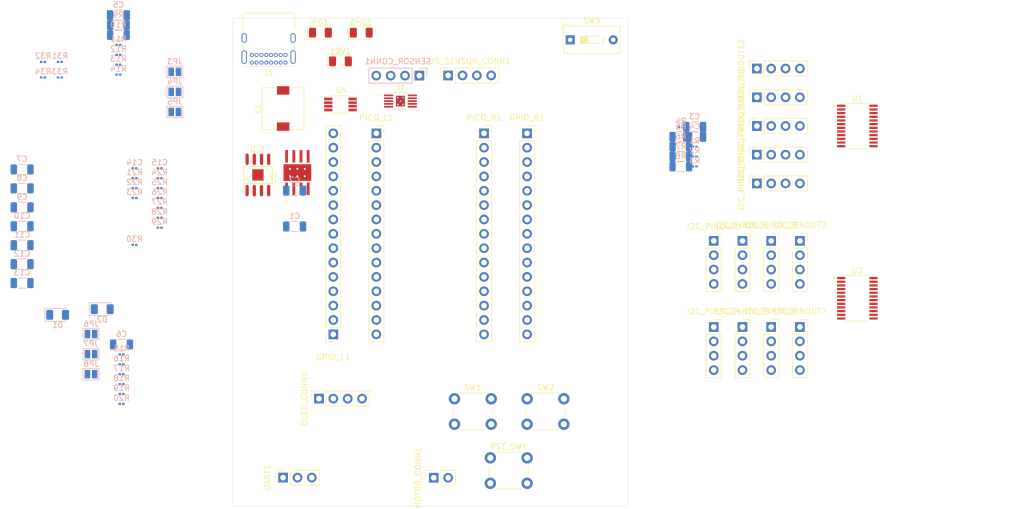
<source format=kicad_pcb>
(kicad_pcb (version 20240108) (generator "pcbnew") (generator_version "8.0")
  (layers (0 "F.Cu" signal) (31 "B.Cu" signal) (34 "B.Paste" user) (35 "F.Paste" user) (36 "B.SilkS" user "B.Silkscreen") (37 "F.SilkS" user "F.Silkscreen") (38 "B.Mask" user) (39 "F.Mask" user) (44 "Edge.Cuts" user))
  (net 0 "")
  (net 1 "GND")
  (net 2 "Net-(R1-Pad2)")
  (net 3 "Net-(SW3-B)")
  (net 4 "Net-(U4-FB)")
  (net 5 "Net-(C1-Pad1)")
  (net 6 "BAT+")
  (net 7 "Net-(U4-COMP)")
  (net 8 "Net-(U5-EN{slash}UVLO)")
  (net 9 "Net-(D1-K)")
  (net 10 "Net-(J1-SHIELD)")
  (net 11 "Net-(D1-A)")
  (net 12 "Net-(U5-ILM)")
  (net 13 "Net-(R13-Pad2)")
  (net 14 "Net-(12V1-A)")
  (net 15 "BAT-")
  (net 16 "Net-(U4-SS)")
  (net 25 "Net-(JP6-A)")
  (net 26 "Net-(JP5-B)")
  (net 27 "Net-(JP4-B)")
  (net 28 "Net-(JP3-A)")
  (net 29 "Net-(U1-~{RESET})")
  (net 30 "Net-(JP7-B)")
  (net 31 "Net-(JP8-B)")
  (net 32 "Net-(U2-~{RESET})")
  (net 33 "/OLED_SCL")
  (net 34 "/SENSOR_SDA")
  (net 35 "/I2C_PINOUT11/SCL")
  (net 36 "/I2C_PINOUT12/SCL")
  (net 37 "/I2C_PINOUT9/SDA")
  (net 38 "/I2C_PINOUT12/SDA")
  (net 39 "/I2C_PINOUT10/SCL")
  (net 40 "/GPIO6")
  (net 41 "/I2C_PINOUT10/SDA")
  (net 42 "/OLED_SDA")
  (net 43 "/I2C_PINOUT9/SCL")
  (net 44 "/I2C_PINOUT8/SDA")
  (net 45 "/SENSOR_SCL")
  (net 46 "/I2C_PINOUT8/SCL")
  (net 47 "/GPIO5")
  (net 48 "/I2C_PINOUT11/SDA")
  (net 49 "/US_SDA")
  (net 50 "/US_SCL")
  (net 51 "/I2C_PINOUT4/SCL")
  (net 52 "/I2C_PINOUT4/SDA")
  (net 53 "/GPIO8")
  (net 54 "/I2C_PINOUT3/SCL")
  (net 55 "/I2C_PINOUT2/SDA")
  (net 56 "/I2C_PINOUT1/SDA")
  (net 57 "/GPIO9")
  (net 58 "/I2C_PINOUT6/SDA")
  (net 59 "/I2C_PINOUT6/SCL")
  (net 60 "/I2C_PINOUT1/SCL")
  (net 61 "/I2C_PINOUT5/SCL")
  (net 62 "/I2C_PINOUT2/SCL")
  (net 63 "/I2C_PINOUT7/SDA")
  (net 64 "/I2C_PINOUT5/SDA")
  (net 65 "/I2C_PINOUT7/SCL")
  (net 66 "/I2C_PINOUT3/SDA")
  (net 67 "/GPIO19")
  (net 68 "/GPIO18")
  (net 69 "/GPIO24")
  (net 70 "/GPIO26")
  (net 71 "/GPIO27")
  (net 72 "/GPIO28")
  (net 73 "/GPIO25")
  (net 74 "/GPIO23")
  (net 75 "/GPIO15")
  (net 76 "/GPIO20")
  (net 77 "/GPIO21")
  (net 78 "/GPIO22")
  (net 79 "/GPIO29")
  (net 80 "/GPIO0")
  (net 81 "/GPIO10")
  (net 82 "/GPIO14")
  (net 83 "/GPIO3")
  (net 84 "/GPIO1")
  (net 85 "/GPIO4")
  (net 86 "/GPIO7")
  (net 87 "/GPIO13")
  (net 88 "/GPIO2")
  (net 89 "/GPIO11")
  (net 90 "/I2C_PINOUT/SDA")
  (net 91 "/I2C_PINOUT/SCL")
  (net 92 "Net-(IC2-VDD)")
  (net 93 "Net-(U5-DVDT)")
  (net 94 "Net-(CHG1-A)")
  (net 95 "Net-(CHG1-K)")
  (net 96 "Net-(PG1-K)")
  (net 97 "Net-(PG1-A)")
  (net 98 "Net-(U3-ISET)")
  (net 99 "Net-(U3-PRETERM)")
  (net 100 "Net-(U3-TS)")
  (net 103 "Net-(R18-Pad2)")
  (net 104 "Net-(R19-Pad2)")
  (net 105 "Net-(R27-Pad2)")
  (net 106 "Net-(R28-Pad2)")
  (footprint "LED_SMD:LED_1206_3216Metric" (layer "F.Cu") (at 100.6 68.58)
    (property "Reference" "PG1" (at 0 -1.82 0) (layer "F.SilkS"))
    (property "Value" "LED_G")
    (pad "1" smd roundrect (at -1.4 0) (size 1.25 1.75) (layers "F.Cu" "F.Paste" "F.Mask") (roundrect_rratio 0.2) (net 96 "Net-(PG1-K)"))
    (pad "2" smd roundrect (at 1.4 0) (size 1.25 1.75) (layers "F.Cu" "F.Paste" "F.Mask") (roundrect_rratio 0.2) (net 97 "Net-(PG1-A)"))
  )
  (footprint "Connector_PinSocket_2.54mm:PinSocket_1x04_P2.54mm_Vertical" (layer "F.Cu") (at 185.42 120.65)
    (property "Reference" "I2C_PINOUT7" (at 0 -2.77 0) (layer "F.SilkS"))
    (property "Value" "Conn_01x04")
    (pad "1" thru_hole rect (at 0 0) (size 1.7 1.7) (drill 1) (layers "*.Cu" "*.Mask") (net 65 "/I2C_PINOUT7/SCL"))
    (pad "2" thru_hole oval (at 0 2.54) (size 1.7 1.7) (drill 1) (layers "*.Cu" "*.Mask") (net 63 "/I2C_PINOUT7/SDA"))
    (pad "3" thru_hole oval (at 0 5.08) (size 1.7 1.7) (drill 1) (layers "*.Cu" "*.Mask") (net 1 "GND"))
    (pad "4" thru_hole oval (at 0 7.62) (size 1.7 1.7) (drill 1) (layers "*.Cu" "*.Mask") (net 1 "GND"))
  )
  (footprint "Connector_PinSocket_2.54mm:PinSocket_1x04_P2.54mm_Vertical" (layer "F.Cu") (at 177.8 90.17 90)
    (property "Reference" "I2C_PINOUT9" (at 0 -2.77 90) (layer "F.SilkS"))
    (property "Value" "Conn_01x04")
    (pad "1" thru_hole rect (at 0 0 90) (size 1.7 1.7) (drill 1) (layers "*.Cu" "*.Mask") (net 43 "/I2C_PINOUT9/SCL"))
    (pad "2" thru_hole oval (at 0 2.54 90) (size 1.7 1.7) (drill 1) (layers "*.Cu" "*.Mask") (net 37 "/I2C_PINOUT9/SDA"))
    (pad "3" thru_hole oval (at 0 5.08 90) (size 1.7 1.7) (drill 1) (layers "*.Cu" "*.Mask") (net 1 "GND"))
    (pad "4" thru_hole oval (at 0 7.62 90) (size 1.7 1.7) (drill 1) (layers "*.Cu" "*.Mask") (net 1 "GND"))
  )
  (footprint "Connector_PinSocket_2.54mm:PinSocket_1x04_P2.54mm_Vertical" (layer "F.Cu") (at 177.8 85.09 90)
    (property "Reference" "I2C_PINOUT10" (at 0 -2.77 90) (layer "F.SilkS"))
    (property "Value" "Conn_01x04")
    (pad "1" thru_hole rect (at 0 0 90) (size 1.7 1.7) (drill 1) (layers "*.Cu" "*.Mask") (net 39 "/I2C_PINOUT10/SCL"))
    (pad "2" thru_hole oval (at 0 2.54 90) (size 1.7 1.7) (drill 1) (layers "*.Cu" "*.Mask") (net 41 "/I2C_PINOUT10/SDA"))
    (pad "3" thru_hole oval (at 0 5.08 90) (size 1.7 1.7) (drill 1) (layers "*.Cu" "*.Mask") (net 1 "GND"))
    (pad "4" thru_hole oval (at 0 7.62 90) (size 1.7 1.7) (drill 1) (layers "*.Cu" "*.Mask") (net 1 "GND"))
  )
  (footprint "Connector_PinSocket_2.54mm:PinSocket_1x04_P2.54mm_Vertical" (layer "F.Cu") (at 177.8 95.25 90)
    (property "Reference" "I2C_PINOUT8" (at 0 -2.77 90) (layer "F.SilkS"))
    (property "Value" "Conn_01x04")
    (pad "1" thru_hole rect (at 0 0 90) (size 1.7 1.7) (drill 1) (layers "*.Cu" "*.Mask") (net 46 "/I2C_PINOUT8/SCL"))
    (pad "2" thru_hole oval (at 0 2.54 90) (size 1.7 1.7) (drill 1) (layers "*.Cu" "*.Mask") (net 44 "/I2C_PINOUT8/SDA"))
    (pad "3" thru_hole oval (at 0 5.08 90) (size 1.7 1.7) (drill 1) (layers "*.Cu" "*.Mask") (net 1 "GND"))
    (pad "4" thru_hole oval (at 0 7.62 90) (size 1.7 1.7) (drill 1) (layers "*.Cu" "*.Mask") (net 1 "GND"))
  )
  (footprint "Connector_PinSocket_2.54mm:PinSocket_1x04_P2.54mm_Vertical" (layer "F.Cu") (at 170.18 105.41)
    (property "Reference" "I2C_PINOUT0" (at 0 -2.54 0) (layer "F.SilkS"))
    (property "Value" "Conn_01x04")
    (pad "1" thru_hole rect (at 0 0) (size 1.7 1.7) (drill 1) (layers "*.Cu" "*.Mask") (net 91 "/I2C_PINOUT/SCL"))
    (pad "2" thru_hole oval (at 0 2.54) (size 1.7 1.7) (drill 1) (layers "*.Cu" "*.Mask") (net 90 "/I2C_PINOUT/SDA"))
    (pad "3" thru_hole oval (at 0 5.08) (size 1.7 1.7) (drill 1) (layers "*.Cu" "*.Mask") (net 1 "GND"))
    (pad "4" thru_hole oval (at 0 7.62) (size 1.7 1.7) (drill 1) (layers "*.Cu" "*.Mask") (net 1 "GND"))
  )
  (footprint "Connector_PinSocket_2.54mm:PinSocket_1x04_P2.54mm_Vertical" (layer "F.Cu") (at 177.8 74.93 90)
    (property "Reference" "I2C_PINOUT12" (at 0 -2.77 90) (layer "F.SilkS"))
    (property "Value" "Conn_01x04")
    (pad "1" thru_hole rect (at 0 0 90) (size 1.7 1.7) (drill 1) (layers "*.Cu" "*.Mask") (net 36 "/I2C_PINOUT12/SCL"))
    (pad "2" thru_hole oval (at 0 2.54 90) (size 1.7 1.7) (drill 1) (layers "*.Cu" "*.Mask") (net 38 "/I2C_PINOUT12/SDA"))
    (pad "3" thru_hole oval (at 0 5.08 90) (size 1.7 1.7) (drill 1) (layers "*.Cu" "*.Mask") (net 1 "GND"))
    (pad "4" thru_hole oval (at 0 7.62 90) (size 1.7 1.7) (drill 1) (layers "*.Cu" "*.Mask") (net 1 "GND"))
  )
  (footprint "Inductor_SMD:L_7.3x7.3_H4.5" (layer "F.Cu") (at 94 82 90)
    (property "Reference" "L1" (at 0 -4.45 90) (layer "F.SilkS"))
    (property "Value" "3.3u")
    (pad "1" smd rect (at -3.2 0 90) (size 1.5 2.2) (layers "F.Cu" "F.Paste" "F.Mask") (net 3 "Net-(SW3-B)"))
    (pad "2" smd rect (at 3.2 0 90) (size 1.5 2.2) (layers "F.Cu" "F.Paste" "F.Mask") (net 11 "Net-(D1-A)"))
  )
  (footprint "Connector_PinSocket_2.54mm:PinSocket_1x03_P2.54mm_Vertical" (layer "F.Cu") (at 93.995 147.295 90)
    (property "Reference" "UART1" (at 0 -2.77 90) (layer "F.SilkS"))
    (property "Value" "Conn_01x03")
    (pad "1" thru_hole rect (at 0 0 90) (size 1.7 1.7) (drill 1) (layers "*.Cu" "*.Mask") (net 88 "/GPIO2"))
    (pad "2" thru_hole oval (at 0 2.54 90) (size 1.7 1.7) (drill 1) (layers "*.Cu" "*.Mask") (net 84 "/GPIO1"))
    (pad "3" thru_hole oval (at 0 5.08 90) (size 1.7 1.7) (drill 1) (layers "*.Cu" "*.Mask") (net 80 "/GPIO0"))
  )
  (footprint "Connector_PinSocket_2.54mm:PinSocket_1x04_P2.54mm_Vertical" (layer "F.Cu") (at 180.34 105.41)
    (property "Reference" "I2C_PINOUT2" (at 0 -2.77 0) (layer "F.SilkS"))
    (property "Value" "Conn_01x04")
    (pad "1" thru_hole rect (at 0 0) (size 1.7 1.7) (drill 1) (layers "*.Cu" "*.Mask") (net 62 "/I2C_PINOUT2/SCL"))
    (pad "2" thru_hole oval (at 0 2.54) (size 1.7 1.7) (drill 1) (layers "*.Cu" "*.Mask") (net 55 "/I2C_PINOUT2/SDA"))
    (pad "3" thru_hole oval (at 0 5.08) (size 1.7 1.7) (drill 1) (layers "*.Cu" "*.Mask") (net 1 "GND"))
    (pad "4" thru_hole oval (at 0 7.62) (size 1.7 1.7) (drill 1) (layers "*.Cu" "*.Mask") (net 1 "GND"))
  )
  (footprint "XB8089D:XB8089D" (layer "F.Cu") (at 89.535 93.751)
    (property "Reference" "IC2" (at -0.171125 -4.488 0) (layer "F.SilkS"))
    (property "Value" "XB8089D")
    (pad "1" smd oval (at -1.905 2.769) (size 0.574 2.038) (layers "F.Cu" "F.Paste" "F.Mask") (net 1 "GND"))
    (pad "2" smd oval (at -0.635 2.769) (size 0.574 2.038) (layers "F.Cu" "F.Paste" "F.Mask") (net 1 "GND"))
    (pad "3" smd oval (at 0.635 2.769) (size 0.574 2.038) (layers "F.Cu" "F.Paste" "F.Mask") (net 1 "GND"))
    (pad "4" smd oval (at 1.905 2.769) (size 0.574 2.038) (layers "F.Cu" "F.Paste" "F.Mask") (net 1 "GND"))
    (pad "5" smd oval (at 1.905 -2.769) (size 0.574 2.038) (layers "F.Cu" "F.Paste" "F.Mask") (net 15 "BAT-"))
    (pad "6" smd oval (at 0.635 -2.769) (size 0.574 2.038) (layers "F.Cu" "F.Paste" "F.Mask") (net 92 "Net-(IC2-VDD)"))
    (pad "7" smd oval (at -0.635 -2.769) (size 0.574 2.038) (layers "F.Cu" "F.Paste" "F.Mask") (net 15 "BAT-"))
    (pad "8" smd oval (at -1.905 -2.769) (size 0.574 2.038) (layers "F.Cu" "F.Paste" "F.Mask") (net 15 "BAT-"))
    (pad "9" smd rect (at 0 0) (size 2 2) (layers "F.Cu" "F.Paste" "F.Mask") (net 15 "BAT-"))
  )
  (footprint "Button_Switch_THT:SW_PUSH_6mm" (layer "F.Cu") (at 137.16 133.35)
    (property "Reference" "SW2" (at 3.25 -2 0) (layer "F.SilkS"))
    (property "Value" "SW_Push")
    (pad "1" thru_hole circle (at 0 0 90) (size 2 2) (drill 1.1) (layers "*.Cu" "*.Mask") (net 69 "/GPIO24"))
    (pad "1" thru_hole circle (at 6.5 0 90) (size 2 2) (drill 1.1) (layers "*.Cu" "*.Mask") (net 69 "/GPIO24"))
    (pad "2" thru_hole circle (at 0 4.5 90) (size 2 2) (drill 1.1) (layers "*.Cu" "*.Mask") (net 1 "GND"))
    (pad "2" thru_hole circle (at 6.5 4.5 90) (size 2 2) (drill 1.1) (layers "*.Cu" "*.Mask") (net 1 "GND"))
  )
  (footprint "Package_SO:TSSOP-24_4.4x7.8mm_P0.65mm" (layer "F.Cu") (at 195.58 115.57)
    (property "Reference" "U2" (at 0 -4.85 0) (layer "F.SilkS"))
    (property "Value" "TCA9548APWR")
    (pad "1" smd roundrect (at -2.8625 -3.575) (size 1.475 0.4) (layers "F.Cu" "F.Paste" "F.Mask") (net 31 "Net-(JP8-B)"))
    (pad "2" smd roundrect (at -2.8625 -2.925) (size 1.475 0.4) (layers "F.Cu" "F.Paste" "F.Mask") (net 30 "Net-(JP7-B)"))
    (pad "3" smd roundrect (at -2.8625 -2.275) (size 1.475 0.4) (layers "F.Cu" "F.Paste" "F.Mask") (net 32 "Net-(U2-~{RESET})"))
    (pad "4" smd roundrect (at -2.8625 -1.625) (size 1.475 0.4) (layers "F.Cu" "F.Paste" "F.Mask") (net 90 "/I2C_PINOUT/SDA"))
    (pad "5" smd roundrect (at -2.8625 -0.975) (size 1.475 0.4) (layers "F.Cu" "F.Paste" "F.Mask") (net 91 "/I2C_PINOUT/SCL"))
    (pad "6" smd roundrect (at -2.8625 -0.325) (size 1.475 0.4) (layers "F.Cu" "F.Paste" "F.Mask") (net 56 "/I2C_PINOUT1/SDA"))
    (pad "7" smd roundrect (at -2.8625 0.325) (size 1.475 0.4) (layers "F.Cu" "F.Paste" "F.Mask") (net 60 "/I2C_PINOUT1/SCL"))
    (pad "8" smd roundrect (at -2.8625 0.975) (size 1.475 0.4) (layers "F.Cu" "F.Paste" "F.Mask") (net 55 "/I2C_PINOUT2/SDA"))
    (pad "9" smd roundrect (at -2.8625 1.625) (size 1.475 0.4) (layers "F.Cu" "F.Paste" "F.Mask") (net 62 "/I2C_PINOUT2/SCL"))
    (pad "10" smd roundrect (at -2.8625 2.275) (size 1.475 0.4) (layers "F.Cu" "F.Paste" "F.Mask") (net 66 "/I2C_PINOUT3/SDA"))
    (pad "11" smd roundrect (at -2.8625 2.925) (size 1.475 0.4) (layers "F.Cu" "F.Paste" "F.Mask") (net 54 "/I2C_PINOUT3/SCL"))
    (pad "12" smd roundrect (at -2.8625 3.575) (size 1.475 0.4) (layers "F.Cu" "F.Paste" "F.Mask") (net 1 "GND"))
    (pad "13" smd roundrect (at 2.8625 3.575) (size 1.475 0.4) (layers "F.Cu" "F.Paste" "F.Mask") (net 52 "/I2C_PINOUT4/SDA"))
    (pad "14" smd roundrect (at 2.8625 2.925) (size 1.475 0.4) (layers "F.Cu" "F.Paste" "F.Mask") (net 51 "/I2C_PINOUT4/SCL"))
    (pad "15" smd roundrect (at 2.8625 2.275) (size 1.475 0.4) (layers "F.Cu" "F.Paste" "F.Mask") (net 64 "/I2C_PINOUT5/SDA"))
    (pad "16" smd roundrect (at 2.8625 1.625) (size 1.475 0.4) (layers "F.Cu" "F.Paste" "F.Mask") (net 61 "/I2C_PINOUT5/SCL"))
    (pad "17" smd roundrect (at 2.8625 0.975) (size 1.475 0.4) (layers "F.Cu" "F.Paste" "F.Mask") (net 58 "/I2C_PINOUT6/SDA"))
    (pad "18" smd roundrect (at 2.8625 0.325) (size 1.475 0.4) (layers "F.Cu" "F.Paste" "F.Mask") (net 59 "/I2C_PINOUT6/SCL"))
    (pad "19" smd roundrect (at 2.8625 -0.325) (size 1.475 0.4) (layers "F.Cu" "F.Paste" "F.Mask") (net 63 "/I2C_PINOUT7/SDA"))
    (pad "20" smd roundrect (at 2.8625 -0.975) (size 1.475 0.4) (layers "F.Cu" "F.Paste" "F.Mask") (net 65 "/I2C_PINOUT7/SCL"))
    (pad "21" smd roundrect (at 2.8625 -1.625) (size 1.475 0.4) (layers "F.Cu" "F.Paste" "F.Mask") (net 25 "Net-(JP6-A)"))
    (pad "22" smd roundrect (at 2.8625 -2.275) (size 1.475 0.4) (layers "F.Cu" "F.Paste" "F.Mask") (net 57 "/GPIO9"))
    (pad "23" smd roundrect (at 2.8625 -2.925) (size 1.475 0.4) (layers "F.Cu" "F.Paste" "F.Mask") (net 53 "/GPIO8"))
    (pad "24" smd roundrect (at 2.8625 -3.575) (size 1.475 0.4) (layers "F.Cu" "F.Paste" "F.Mask") (net 1 "GND"))
  )
  (footprint "Connector_PinSocket_2.54mm:PinSocket_1x15_P2.54mm_Vertical" (layer "F.Cu") (at 129.54 86.39)
    (property "Reference" "PICO_R1" (at 0 -2.77 0) (layer "F.SilkS"))
    (property "Value" "Conn_01x15")
    (pad "1" thru_hole rect (at 0 0) (size 1.7 1.7) (drill 1) (layers "*.Cu" "*.Mask") (net 79 "/GPIO29"))
    (pad "2" thru_hole oval (at 0 2.54) (size 1.7 1.7) (drill 1) (layers "*.Cu" "*.Mask") (net 72 "/GPIO28"))
    (pad "3" thru_hole oval (at 0 5.08) (size 1.7 1.7) (drill 1) (layers "*.Cu" "*.Mask") (net 71 "/GPIO27"))
    (pad "4" thru_hole oval (at 0 7.62) (size 1.7 1.7) (drill 1) (layers "*.Cu" "*.Mask") (net 70 "/GPIO26"))
    (pad "5" thru_hole oval (at 0 10.16) (size 1.7 1.7) (drill 1) (layers "*.Cu" "*.Mask") (net 73 "/GPIO25"))
    (pad "6" thru_hole oval (at 0 12.7) (size 1.7 1.7) (drill 1) (layers "*.Cu" "*.Mask") (net 69 "/GPIO24"))
    (pad "7" thru_hole oval (at 0 15.24) (size 1.7 1.7) (drill 1) (layers "*.Cu" "*.Mask") (net 74 "/GPIO23"))
    (pad "8" thru_hole oval (at 0 17.78) (size 1.7 1.7) (drill 1) (layers "*.Cu" "*.Mask") (net 78 "/GPIO22"))
    (pad "9" thru_hole oval (at 0 20.32) (size 1.7 1.7) (drill 1) (layers "*.Cu" "*.Mask") (net 77 "/GPIO21"))
    (pad "10" thru_hole oval (at 0 22.86) (size 1.7 1.7) (drill 1) (layers "*.Cu" "*.Mask") (net 76 "/GPIO20"))
    (pad "11" thru_hole oval (at 0 25.4) (size 1.7 1.7) (drill 1) (layers "*.Cu" "*.Mask") (net 67 "/GPIO19"))
    (pad "12" thru_hole oval (at 0 27.94) (size 1.7 1.7) (drill 1) (layers "*.Cu" "*.Mask") (net 68 "/GPIO18"))
    (pad "13" thru_hole oval (at 0 30.48) (size 1.7 1.7) (drill 1) (layers "*.Cu" "*.Mask") (net 1 "GND"))
    (pad "14" thru_hole oval (at 0 33.02) (size 1.7 1.7) (drill 1) (layers "*.Cu" "*.Mask") (net 1 "GND"))
    (pad "15" thru_hole oval (at 0 35.56) (size 1.7 1.7) (drill 1) (layers "*.Cu" "*.Mask") (net 75 "/GPIO15"))
  )
  (footprint "Button_Switch_THT:SW_PUSH_6mm" (layer "F.Cu") (at 130.66 143.8)
    (property "Reference" "RST_SW1" (at 3.25 -2 0) (layer "F.SilkS"))
    (property "Value" "SW_Push")
    (pad "1" thru_hole circle (at 0 0 90) (size 2 2) (drill 1.1) (layers "*.Cu" "*.Mask") (net 76 "/GPIO20"))
    (pad "1" thru_hole circle (at 6.5 0 90) (size 2 2) (drill 1.1) (layers "*.Cu" "*.Mask") (net 76 "/GPIO20"))
    (pad "2" thru_hole circle (at 0 4.5 90) (size 2 2) (drill 1.1) (layers "*.Cu" "*.Mask") (net 1 "GND"))
    (pad "2" thru_hole circle (at 6.5 4.5 90) (size 2 2) (drill 1.1) (layers "*.Cu" "*.Mask") (net 1 "GND"))
  )
  (footprint "Connector_PinSocket_2.54mm:PinSocket_1x04_P2.54mm_Vertical" (layer "F.Cu") (at 100.34 133.325 90)
    (property "Reference" "OLED_CONN1" (at 0 -2.54 90) (layer "F.SilkS"))
    (property "Value" "Conn_01x04")
    (pad "1" thru_hole rect (at 0 0 90) (size 1.7 1.7) (drill 1) (layers "*.Cu" "*.Mask") (net 1 "GND"))
    (pad "2" thru_hole oval (at 0 2.54 90) (size 1.7 1.7) (drill 1) (layers "*.Cu" "*.Mask") (net 1 "GND"))
    (pad "3" thru_hole oval (at 0 5.08 90) (size 1.7 1.7) (drill 1) (layers "*.Cu" "*.Mask") (net 33 "/OLED_SCL"))
    (pad "4" thru_hole oval (at 0 7.62 90) (size 1.7 1.7) (drill 1) (layers "*.Cu" "*.Mask") (net 42 "/OLED_SDA"))
  )
  (footprint "Package_SO:TSSOP-24_4.4x7.8mm_P0.65mm" (layer "F.Cu") (at 195.58 85.09)
    (property "Reference" "U1" (at 0 -4.85 0) (layer "F.SilkS"))
    (property "Value" "TCA9548APWR")
    (pad "1" smd roundrect (at -2.8625 -3.575) (size 1.475 0.4) (layers "F.Cu" "F.Paste" "F.Mask") (net 26 "Net-(JP5-B)"))
    (pad "2" smd roundrect (at -2.8625 -2.925) (size 1.475 0.4) (layers "F.Cu" "F.Paste" "F.Mask") (net 27 "Net-(JP4-B)"))
    (pad "3" smd roundrect (at -2.8625 -2.275) (size 1.475 0.4) (layers "F.Cu" "F.Paste" "F.Mask") (net 29 "Net-(U1-~{RESET})"))
    (pad "4" smd roundrect (at -2.8625 -1.625) (size 1.475 0.4) (layers "F.Cu" "F.Paste" "F.Mask") (net 34 "/SENSOR_SDA"))
    (pad "5" smd roundrect (at -2.8625 -0.975) (size 1.475 0.4) (layers "F.Cu" "F.Paste" "F.Mask") (net 45 "/SENSOR_SCL"))
    (pad "6" smd roundrect (at -2.8625 -0.325) (size 1.475 0.4) (layers "F.Cu" "F.Paste" "F.Mask") (net 49 "/US_SDA"))
    (pad "7" smd roundrect (at -2.8625 0.325) (size 1.475 0.4) (layers "F.Cu" "F.Paste" "F.Mask") (net 50 "/US_SCL"))
    (pad "8" smd roundrect (at -2.8625 0.975) (size 1.475 0.4) (layers "F.Cu" "F.Paste" "F.Mask") (net 42 "/OLED_SDA"))
    (pad "9" smd roundrect (at -2.8625 1.625) (size 1.475 0.4) (layers "F.Cu" "F.Paste" "F.Mask") (net 33 "/OLED_SCL"))
    (pad "10" smd roundrect (at -2.8625 2.275) (size 1.475 0.4) (layers "F.Cu" "F.Paste" "F.Mask") (net 44 "/I2C_PINOUT8/SDA"))
    (pad "11" smd roundrect (at -2.8625 2.925) (size 1.475 0.4) (layers "F.Cu" "F.Paste" "F.Mask") (net 46 "/I2C_PINOUT8/SCL"))
    (pad "12" smd roundrect (at -2.8625 3.575) (size 1.475 0.4) (layers "F.Cu" "F.Paste" "F.Mask") (net 1 "GND"))
    (pad "13" smd roundrect (at 2.8625 3.575) (size 1.475 0.4) (layers "F.Cu" "F.Paste" "F.Mask") (net 37 "/I2C_PINOUT9/SDA"))
    (pad "14" smd roundrect (at 2.8625 2.925) (size 1.475 0.4) (layers "F.Cu" "F.Paste" "F.Mask") (net 43 "/I2C_PINOUT9/SCL"))
    (pad "15" smd roundrect (at 2.8625 2.275) (size 1.475 0.4) (layers "F.Cu" "F.Paste" "F.Mask") (net 41 "/I2C_PINOUT10/SDA"))
    (pad "16" smd roundrect (at 2.8625 1.625) (size 1.475 0.4) (layers "F.Cu" "F.Paste" "F.Mask") (net 39 "/I2C_PINOUT10/SCL"))
    (pad "17" smd roundrect (at 2.8625 0.975) (size 1.475 0.4) (layers "F.Cu" "F.Paste" "F.Mask") (net 48 "/I2C_PINOUT11/SDA"))
    (pad "18" smd roundrect (at 2.8625 0.325) (size 1.475 0.4) (layers "F.Cu" "F.Paste" "F.Mask") (net 35 "/I2C_PINOUT11/SCL"))
    (pad "19" smd roundrect (at 2.8625 -0.325) (size 1.475 0.4) (layers "F.Cu" "F.Paste" "F.Mask") (net 38 "/I2C_PINOUT12/SDA"))
    (pad "20" smd roundrect (at 2.8625 -0.975) (size 1.475 0.4) (layers "F.Cu" "F.Paste" "F.Mask") (net 36 "/I2C_PINOUT12/SCL"))
    (pad "21" smd roundrect (at 2.8625 -1.625) (size 1.475 0.4) (layers "F.Cu" "F.Paste" "F.Mask") (net 28 "Net-(JP3-A)"))
    (pad "22" smd roundrect (at 2.8625 -2.275) (size 1.475 0.4) (layers "F.Cu" "F.Paste" "F.Mask") (net 40 "/GPIO6"))
    (pad "23" smd roundrect (at 2.8625 -2.925) (size 1.475 0.4) (layers "F.Cu" "F.Paste" "F.Mask") (net 47 "/GPIO5"))
    (pad "24" smd roundrect (at 2.8625 -3.575) (size 1.475 0.4) (layers "F.Cu" "F.Paste" "F.Mask") (net 1 "GND"))
  )
  (footprint "Connector_PinSocket_2.54mm:PinSocket_1x04_P2.54mm_Vertical" (layer "F.Cu") (at 175.26 120.65)
    (property "Reference" "I2C_PINOUT5" (at 0 -2.77 0) (layer "F.SilkS"))
    (property "Value" "Conn_01x04")
    (pad "1" thru_hole rect (at 0 0) (size 1.7 1.7) (drill 1) (layers "*.Cu" "*.Mask") (net 61 "/I2C_PINOUT5/SCL"))
    (pad "2" thru_hole oval (at 0 2.54) (size 1.7 1.7) (drill 1) (layers "*.Cu" "*.Mask") (net 64 "/I2C_PINOUT5/SDA"))
    (pad "3" thru_hole oval (at 0 5.08) (size 1.7 1.7) (drill 1) (layers "*.Cu" "*.Mask") (net 1 "GND"))
    (pad "4" thru_hole oval (at 0 7.62) (size 1.7 1.7) (drill 1) (layers "*.Cu" "*.Mask") (net 1 "GND"))
  )
  (footprint "Connector_PinSocket_2.54mm:PinSocket_1x04_P2.54mm_Vertical" (layer "F.Cu") (at 180.34 120.65)
    (property "Reference" "I2C_PINOUT6" (at 0 -2.77 0) (layer "F.SilkS"))
    (property "Value" "Conn_01x04")
    (pad "1" thru_hole rect (at 0 0) (size 1.7 1.7) (drill 1) (layers "*.Cu" "*.Mask") (net 59 "/I2C_PINOUT6/SCL"))
    (pad "2" thru_hole oval (at 0 2.54) (size 1.7 1.7) (drill 1) (layers "*.Cu" "*.Mask") (net 58 "/I2C_PINOUT6/SDA"))
    (pad "3" thru_hole oval (at 0 5.08) (size 1.7 1.7) (drill 1) (layers "*.Cu" "*.Mask") (net 1 "GND"))
    (pad "4" thru_hole oval (at 0 7.62) (size 1.7 1.7) (drill 1) (layers "*.Cu" "*.Mask") (net 1 "GND"))
  )
  (footprint "BQ24092DGQR:IC_XTR111AIDGQR" (layer "F.Cu") (at 114.75 80.68)
    (property "Reference" "U3" (at 0.032 -2.4064 0) (layer "F.SilkS") (effects (font (size 0.64 0.64))))
    (property "Value" "BQ24092DGQR")
    (pad "1" smd rect (at -2.1 -1) (size 1.6 0.3) (layers "F.Cu") (net 1 "GND"))
    (pad "2" smd rect (at -2.1 -0.5) (size 1.6 0.3) (layers "F.Cu") (net 98 "Net-(U3-ISET)"))
    (pad "3" smd rect (at -2.1 0) (size 1.6 0.3) (layers "F.Cu") (net 1 "GND"))
    (pad "4" smd rect (at -2.1 0.5) (size 1.6 0.3) (layers "F.Cu") (net 99 "Net-(U3-PRETERM)"))
    (pad "5" smd rect (at -2.1 1) (size 1.6 0.3) (layers "F.Cu") (net 96 "Net-(PG1-K)"))
    (pad "6" smd rect (at 2.1 1) (size 1.6 0.3) (layers "F.Cu"))
    (pad "7" smd rect (at 2.1 0.5) (size 1.6 0.3) (layers "F.Cu") (net 1 "GND"))
    (pad "8" smd rect (at 2.1 0) (size 1.6 0.3) (layers "F.Cu") (net 95 "Net-(CHG1-K)"))
    (pad "9" smd rect (at 2.1 -0.5) (size 1.6 0.3) (layers "F.Cu") (net 100 "Net-(U3-TS)"))
    (pad "10" smd rect (at 2.1 -1) (size 1.6 0.3) (layers "F.Cu") (net 6 "BAT+"))
    (pad "11" smd rect (at 0 0) (size 1.57 1.88) (layers "F.Cu" "F.Paste" "F.Mask") (net 1 "GND"))
    (pad "12" thru_hole circle (at -0.45 -0.6) (size 0.4 0.4) (drill 0.2) (layers "*.Cu"))
    (pad "13" thru_hole circle (at 0.45 -0.6) (size 0.4 0.4) (drill 0.2) (layers "*.Cu"))
    (pad "14" thru_hole circle (at 0 0) (size 0.4 0.4) (drill 0.2) (layers "*.Cu"))
    (pad "15" thru_hole circle (at -0.45 0.6) (size 0.4 0.4) (drill 0.2) (layers "*.Cu"))
    (pad "16" thru_hole circle (at 0.45 0.6) (size 0.4 0.4) (drill 0.2) (layers "*.Cu"))
  )
  (footprint "TPS259621:IC_TPS259621DDAT" (layer "F.Cu") (at 96.52 93.33 90)
    (property "Reference" "U5" (at -1.05 -4.335 90) (layer "F.SilkS"))
    (property "Value" "TPS259621DDAT")
    (pad "1" smd rect (at -2.875 -1.905 90) (size 2.2 0.5) (layers "F.Cu") (net 1 "GND"))
    (pad "2" smd rect (at -2.875 -0.635 90) (size 2.2 0.5) (layers "F.Cu") (net 93 "Net-(U5-DVDT)"))
    (pad "3" smd rect (at -2.875 0.635 90) (size 2.2 0.5) (layers "F.Cu") (net 8 "Net-(U5-EN{slash}UVLO)"))
    (pad "4" smd rect (at -2.875 1.905 90) (size 2.2 0.5) (layers "F.Cu") (net 9 "Net-(D1-K)"))
    (pad "5" smd rect (at 2.875 1.905 90) (size 2.2 0.5) (layers "F.Cu") (net 1 "GND"))
    (pad "6" smd rect (at 2.875 0.635 90) (size 2.2 0.5) (layers "F.Cu"))
    (pad "7" smd rect (at 2.875 -0.635 90) (size 2.2 0.5) (layers "F.Cu") (net 12 "Net-(U5-ILM)"))
    (pad "8" smd rect (at 2.875 -1.905 90) (size 2.2 0.5) (layers "F.Cu"))
    (pad "9" smd rect (at 0 0 90) (size 2.95 4.9) (layers "F.Cu") (net 1 "GND"))
    (pad "10" thru_hole circle (at -0.65 -1.3 90) (size 0.4 0.4) (drill 0.33) (layers "*.Cu"))
    (pad "11" thru_hole circle (at 0.65 -1.3 90) (size 0.4 0.4) (drill 0.33) (layers "*.Cu"))
    (pad "12" thru_hole circle (at -0.65 0 90) (size 0.4 0.4) (drill 0.33) (layers "*.Cu"))
    (pad "13" thru_hole circle (at 0.65 0 90) (size 0.4 0.4) (drill 0.33) (layers "*.Cu"))
    (pad "14" thru_hole circle (at -0.65 1.3 90) (size 0.4 0.4) (drill 0.33) (layers "*.Cu"))
    (pad "15" thru_hole circle (at 0.65 1.3 90) (size 0.4 0.4) (drill 0.33) (layers "*.Cu"))
  )
  (footprint "Connector_PinSocket_2.54mm:PinSocket_1x02_P2.54mm_Vertical" (layer "F.Cu") (at 120.65 147.32 90)
    (property "Reference" "MOTOR_CONN1" (at 0 -2.77 90) (layer "F.SilkS"))
    (property "Value" "Conn_01x02")
    (pad "1" thru_hole rect (at 0 0 90) (size 1.7 1.7) (drill 1) (layers "*.Cu" "*.Mask") (net 85 "/GPIO4"))
    (pad "2" thru_hole oval (at 0 2.54 90) (size 1.7 1.7) (drill 1) (layers "*.Cu" "*.Mask") (net 83 "/GPIO3"))
  )
  (footprint "Button_Switch_THT:SW_PUSH_6mm" (layer "F.Cu") (at 124.31 133.35)
    (property "Reference" "SW1" (at 3.25 -2 0) (layer "F.SilkS"))
    (property "Value" "SW_Push")
    (pad "1" thru_hole circle (at 0 0 90) (size 2 2) (drill 1.1) (layers "*.Cu" "*.Mask") (net 74 "/GPIO23"))
    (pad "1" thru_hole circle (at 6.5 0 90) (size 2 2) (drill 1.1) (layers "*.Cu" "*.Mask") (net 74 "/GPIO23"))
    (pad "2" thru_hole circle (at 0 4.5 90) (size 2 2) (drill 1.1) (layers "*.Cu" "*.Mask") (net 1 "GND"))
    (pad "2" thru_hole circle (at 6.5 4.5 90) (size 2 2) (drill 1.1) (layers "*.Cu" "*.Mask") (net 1 "GND"))
  )
  (footprint "Connector_PinSocket_2.54mm:PinSocket_1x04_P2.54mm_Vertical" (layer "F.Cu") (at 123.19 76.15 90)
    (property "Reference" "US_SENSOR_CONN1" (at 2.515 3.8 180) (layer "F.SilkS"))
    (property "Value" "Conn_01x04")
    (pad "1" thru_hole rect (at 0 0 90) (size 1.7 1.7) (drill 1) (layers "*.Cu" "*.Mask") (net 49 "/US_SDA"))
    (pad "2" thru_hole oval (at 0 2.54 90) (size 1.7 1.7) (drill 1) (layers "*.Cu" "*.Mask") (net 50 "/US_SCL"))
    (pad "3" thru_hole oval (at 0 5.08 90) (size 1.7 1.7) (drill 1) (layers "*.Cu" "*.Mask") (net 1 "GND"))
    (pad "4" thru_hole oval (at 0 7.62 90) (size 1.7 1.7) (drill 1) (layers "*.Cu" "*.Mask") (net 1 "GND"))
  )
  (footprint "Button_Switch_THT:SW_DIP_SPSTx01_Slide_9.78x4.72mm_W7.62mm_P2.54mm" (layer "F.Cu") (at 144.78 69.85)
    (property "Reference" "SW3" (at 3.81 -3.42 0) (layer "F.SilkS"))
    (property "Value" "SW_SPST")
    (pad "1" thru_hole rect (at 0 0) (size 1.6 1.6) (drill 0.8) (layers "*.Cu" "*.Mask") (net 6 "BAT+"))
    (pad "2" thru_hole oval (at 7.62 0) (size 1.6 1.6) (drill 0.8) (layers "*.Cu" "*.Mask") (net 3 "Net-(SW3-B)"))
  )
  (footprint "Connector_USB:USB_C_Receptacle_GCT_USB4085" (layer "F.Cu") (at 94.415 73.875 180)
    (property "Reference" "J1" (at 2.975 -1.8 0) (layer "F.SilkS"))
    (property "Value" "USB_C_Receptacle")
    (pad "A1" thru_hole circle (at 0 0 180) (size 0.7 0.7) (drill 0.4) (layers "*.Cu" "*.Mask") (net 1 "GND"))
    (pad "A4" thru_hole circle (at 0.85 0 180) (size 0.7 0.7) (drill 0.4) (layers "*.Cu" "*.Mask") (net 1 "GND"))
    (pad "A5" thru_hole circle (at 1.7 0 180) (size 0.7 0.7) (drill 0.4) (layers "*.Cu" "*.Mask"))
    (pad "A6" thru_hole circle (at 2.55 0 180) (size 0.7 0.7) (drill 0.4) (layers "*.Cu" "*.Mask"))
    (pad "A7" thru_hole circle (at 3.4 0 180) (size 0.7 0.7) (drill 0.4) (layers "*.Cu" "*.Mask"))
    (pad "A8" thru_hole circle (at 4.25 0 180) (size 0.7 0.7) (drill 0.4) (layers "*.Cu" "*.Mask"))
    (pad "A9" thru_hole circle (at 5.1 0 180) (size 0.7 0.7) (drill 0.4) (layers "*.Cu" "*.Mask") (net 1 "GND"))
    (pad "A12" thru_hole circle (at 5.95 0 180) (size 0.7 0.7) (drill 0.4) (layers "*.Cu" "*.Mask") (net 1 "GND"))
    (pad "B1" thru_hole circle (at 5.95 1.35 180) (size 0.7 0.7) (drill 0.4) (layers "*.Cu" "*.Mask") (net 1 "GND"))
    (pad "B4" thru_hole circle (at 5.1 1.35 180) (size 0.7 0.7) (drill 0.4) (layers "*.Cu" "*.Mask") (net 1 "GND"))
    (pad "B5" thru_hole circle (at 4.25 1.35 180) (size 0.7 0.7) (drill 0.4) (layers "*.Cu" "*.Mask"))
    (pad "B6" thru_hole circle (at 3.4 1.35 180) (size 0.7 0.7) (drill 0.4) (layers "*.Cu" "*.Mask"))
    (pad "B7" thru_hole circle (at 2.55 1.35 180) (size 0.7 0.7) (drill 0.4) (layers "*.Cu" "*.Mask"))
    (pad "B8" thru_hole circle (at 1.7 1.35 180) (size 0.7 0.7) (drill 0.4) (layers "*.Cu" "*.Mask"))
    (pad "B9" thru_hole circle (at 0.85 1.35 180) (size 0.7 0.7) (drill 0.4) (layers "*.Cu" "*.Mask") (net 1 "GND"))
    (pad "B12" thru_hole circle (at 0 1.35 180) (size 0.7 0.7) (drill 0.4) (layers "*.Cu" "*.Mask") (net 1 "GND"))
    (pad "S1" thru_hole oval (at -1.35 0.98 180) (size 0.9 2.4) (drill oval 0.6 2.1) (layers "*.Cu" "*.Mask") (net 10 "Net-(J1-SHIELD)"))
    (pad "S1" thru_hole oval (at -1.35 4.36 180) (size 0.9 1.7) (drill oval 0.6 1.4) (layers "*.Cu" "*.Mask") (net 10 "Net-(J1-SHIELD)"))
    (pad "S1" thru_hole oval (at 7.3 0.98 180) (size 0.9 2.4) (drill oval 0.6 2.1) (layers "*.Cu" "*.Mask") (net 10 "Net-(J1-SHIELD)"))
    (pad "S1" thru_hole oval (at 7.3 4.36 180) (size 0.9 1.7) (drill oval 0.6 1.4) (layers "*.Cu" "*.Mask") (net 10 "Net-(J1-SHIELD)"))
  )
  (footprint "Connector_PinSocket_2.54mm:PinSocket_1x15_P2.54mm_Vertical" (layer "F.Cu") (at 102.87 121.95 180)
    (property "Reference" "GPIO_L1" (at -0.01 -4.015 180) (layer "F.SilkS"))
    (property "Value" "Conn_01x15")
    (pad "1" thru_hole rect (at 0 0 180) (size 1.7 1.7) (drill 1) (layers "*.Cu" "*.Mask") (net 82 "/GPIO14"))
    (pad "2" thru_hole oval (at 0 2.54 180) (size 1.7 1.7) (drill 1) (layers "*.Cu" "*.Mask") (net 87 "/GPIO13"))
    (pad "3" thru_hole oval (at 0 5.08 180) (size 1.7 1.7) (drill 1) (layers "*.Cu" "*.Mask") (net 1 "GND"))
    (pad "4" thru_hole oval (at 0 7.62 180) (size 1.7 1.7) (drill 1) (layers "*.Cu" "*.Mask") (net 89 "/GPIO11"))
    (pad "5" thru_hole oval (at 0 10.16 180) (size 1.7 1.7) (drill 1) (layers "*.Cu" "*.Mask") (net 81 "/GPIO10"))
    (pad "6" thru_hole oval (at 0 12.7 180) (size 1.7 1.7) (drill 1) (layers "*.Cu" "*.Mask") (net 57 "/GPIO9"))
    (pad "7" thru_hole oval (at 0 15.24 180) (size 1.7 1.7) (drill 1) (layers "*.Cu" "*.Mask") (net 53 "/GPIO8"))
    (pad "8" thru_hole oval (at 0 17.78 180) (size 1.7 1.7) (drill 1) (layers "*.Cu" "*.Mask") (net 86 "/GPIO7"))
    (pad "9" thru_hole oval (at 0 20.32 180) (size 1.7 1.7) (drill 1) (layers "*.Cu" "*.Mask") (net 40 "/GPIO6"))
    (pad "10" thru_hole oval (at 0 22.86 180) (size 1.7 1.7) (drill 1) (layers "*.Cu" "*.Mask") (net 47 "/GPIO5"))
    (pad "11" thru_hole oval (at 0 25.4 180) (size 1.7 1.7) (drill 1) (layers "*.Cu" "*.Mask") (net 85 "/GPIO4"))
    (pad "12" thru_hole oval (at 0 27.94 180) (size 1.7 1.7) (drill 1) (layers "*.Cu" "*.Mask") (net 83 "/GPIO3"))
    (pad "13" thru_hole oval (at 0 30.48 180) (size 1.7 1.7) (drill 1) (layers "*.Cu" "*.Mask") (net 88 "/GPIO2"))
    (pad "14" thru_hole oval (at 0 33.02 180) (size 1.7 1.7) (drill 1) (layers "*.Cu" "*.Mask") (net 84 "/GPIO1"))
    (pad "15" thru_hole oval (at 0 35.56 180) (size 1.7 1.7) (drill 1) (layers "*.Cu" "*.Mask") (net 80 "/GPIO0"))
  )
  (footprint "Connector_PinSocket_2.54mm:PinSocket_1x04_P2.54mm_Vertical" (layer "F.Cu") (at 170.18 120.65)
    (property "Reference" "I2C_PINOUT4" (at 0 -2.77 0) (layer "F.SilkS"))
    (property "Value" "Conn_01x04")
    (pad "1" thru_hole rect (at 0 0) (size 1.7 1.7) (drill 1) (layers "*.Cu" "*.Mask") (net 51 "/I2C_PINOUT4/SCL"))
    (pad "2" thru_hole oval (at 0 2.54) (size 1.7 1.7) (drill 1) (layers "*.Cu" "*.Mask") (net 52 "/I2C_PINOUT4/SDA"))
    (pad "3" thru_hole oval (at 0 5.08) (size 1.7 1.7) (drill 1) (layers "*.Cu" "*.Mask") (net 1 "GND"))
    (pad "4" thru_hole oval (at 0 7.62) (size 1.7 1.7) (drill 1) (layers "*.Cu" "*.Mask") (net 1 "GND"))
  )
  (footprint "LED_SMD:LED_1206_3216Metric" (layer "F.Cu") (at 104.14 73.66)
    (property "Reference" "12V1" (at 0 -1.82 0) (layer "F.SilkS"))
    (property "Value" "LED_R")
    (pad "1" smd roundrect (at -1.4 0) (size 1.25 1.75) (layers "F.Cu" "F.Paste" "F.Mask") (roundrect_rratio 0.2) (net 1 "GND"))
    (pad "2" smd roundrect (at 1.4 0) (size 1.25 1.75) (layers "F.Cu" "F.Paste" "F.Mask") (roundrect_rratio 0.2) (net 14 "Net-(12V1-A)"))
  )
  (footprint "Connector_PinSocket_2.54mm:PinSocket_1x04_P2.54mm_Vertical" (layer "F.Cu") (at 175.26 105.41)
    (property "Reference" "I2C_PINOUT1" (at 0 -2.77 0) (layer "F.SilkS"))
    (property "Value" "Conn_01x04")
    (pad "1" thru_hole rect (at 0 0) (size 1.7 1.7) (drill 1) (layers "*.Cu" "*.Mask") (net 60 "/I2C_PINOUT1/SCL"))
    (pad "2" thru_hole oval (at 0 2.54) (size 1.7 1.7) (drill 1) (layers "*.Cu" "*.Mask") (net 56 "/I2C_PINOUT1/SDA"))
    (pad "3" thru_hole oval (at 0 5.08) (size 1.7 1.7) (drill 1) (layers "*.Cu" "*.Mask") (net 1 "GND"))
    (pad "4" thru_hole oval (at 0 7.62) (size 1.7 1.7) (drill 1) (layers "*.Cu" "*.Mask") (net 1 "GND"))
  )
  (footprint "Connector_PinSocket_2.54mm:PinSocket_1x15_P2.54mm_Vertical" (layer "F.Cu") (at 110.49 86.39)
    (property "Reference" "PICO_L1" (at 0 -2.77 0) (layer "F.SilkS"))
    (property "Value" "Conn_01x15")
    (pad "1" thru_hole rect (at 0 0) (size 1.7 1.7) (drill 1) (layers "*.Cu" "*.Mask") (net 80 "/GPIO0"))
    (pad "2" thru_hole oval (at 0 2.54) (size 1.7 1.7) (drill 1) (layers "*.Cu" "*.Mask") (net 84 "/GPIO1"))
    (pad "3" thru_hole oval (at 0 5.08) (size 1.7 1.7) (drill 1) (layers "*.Cu" "*.Mask") (net 88 "/GPIO2"))
    (pad "4" thru_hole oval (at 0 7.62) (size 1.7 1.7) (drill 1) (layers "*.Cu" "*.Mask") (net 83 "/GPIO3"))
    (pad "5" thru_hole oval (at 0 10.16) (size 1.7 1.7) (drill 1) (layers "*.Cu" "*.Mask") (net 85 "/GPIO4"))
    (pad "6" thru_hole oval (at 0 12.7) (size 1.7 1.7) (drill 1) (layers "*.Cu" "*.Mask") (net 47 "/GPIO5"))
    (pad "7" thru_hole oval (at 0 15.24) (size 1.7 1.7) (drill 1) (layers "*.Cu" "*.Mask") (net 40 "/GPIO6"))
    (pad "8" thru_hole oval (at 0 17.78) (size 1.7 1.7) (drill 1) (layers "*.Cu" "*.Mask") (net 86 "/GPIO7"))
    (pad "9" thru_hole oval (at 0 20.32) (size 1.7 1.7) (drill 1) (layers "*.Cu" "*.Mask") (net 53 "/GPIO8"))
    (pad "10" thru_hole oval (at 0 22.86) (size 1.7 1.7) (drill 1) (layers "*.Cu" "*.Mask") (net 57 "/GPIO9"))
    (pad "11" thru_hole oval (at 0 25.4) (size 1.7 1.7) (drill 1) (layers "*.Cu" "*.Mask") (net 81 "/GPIO10"))
    (pad "12" thru_hole oval (at 0 27.94) (size 1.7 1.7) (drill 1) (layers "*.Cu" "*.Mask") (net 89 "/GPIO11"))
    (pad "13" thru_hole oval (at 0 30.48) (size 1.7 1.7) (drill 1) (layers "*.Cu" "*.Mask") (net 1 "GND"))
    (pad "14" thru_hole oval (at 0 33.02) (size 1.7 1.7) (drill 1) (layers "*.Cu" "*.Mask") (net 87 "/GPIO13"))
    (pad "15" thru_hole oval (at 0 35.56) (size 1.7 1.7) (drill 1) (layers "*.Cu" "*.Mask") (net 82 "/GPIO14"))
  )
  (footprint "Connector_PinSocket_2.54mm:PinSocket_1x04_P2.54mm_Vertical" (layer "F.Cu") (at 177.8 80.01 90)
    (property "Reference" "I2C_PINOUT11" (at 0 -2.77 90) (layer "F.SilkS"))
    (property "Value" "Conn_01x04")
    (pad "1" thru_hole rect (at 0 0 90) (size 1.7 1.7) (drill 1) (layers "*.Cu" "*.Mask") (net 35 "/I2C_PINOUT11/SCL"))
    (pad "2" thru_hole oval (at 0 2.54 90) (size 1.7 1.7) (drill 1) (layers "*.Cu" "*.Mask") (net 48 "/I2C_PINOUT11/SDA"))
    (pad "3" thru_hole oval (at 0 5.08 90) (size 1.7 1.7) (drill 1) (layers "*.Cu" "*.Mask") (net 1 "GND"))
    (pad "4" thru_hole oval (at 0 7.62 90) (size 1.7 1.7) (drill 1) (layers "*.Cu" "*.Mask") (net 1 "GND"))
  )
  (footprint "TPS61085DGKR:SOP65P490X110-8N" (layer "F.Cu") (at 104.14 81.28)
    (property "Reference" "U4" (at 0.175 -2.535 0) (layer "F.SilkS"))
    (property "Value" "TPS61085DGKR")
    (pad "1" smd roundrect (at -2.15 -0.975) (size 1.47 0.48) (layers "F.Cu" "F.Paste" "F.Mask") (roundrect_rratio 0.125) (net 7 "Net-(U4-COMP)"))
    (pad "2" smd roundrect (at -2.15 -0.325) (size 1.47 0.48) (layers "F.Cu" "F.Paste" "F.Mask") (roundrect_rratio 0.125) (net 4 "Net-(U4-FB)"))
    (pad "3" smd roundrect (at -2.15 0.325) (size 1.47 0.48) (layers "F.Cu" "F.Paste" "F.Mask") (roundrect_rratio 0.125) (net 3 "Net-(SW3-B)"))
    (pad "4" smd roundrect (at -2.15 0.975) (size 1.47 0.48) (layers "F.Cu" "F.Paste" "F.Mask") (roundrect_rratio 0.125) (net 1 "GND"))
    (pad "5" smd roundrect (at 2.15 0.975) (size 1.47 0.48) (layers "F.Cu" "F.Paste" "F.Mask") (roundrect_rratio 0.125) (net 11 "Net-(D1-A)"))
    (pad "6" smd roundrect (at 2.15 0.325) (size 1.47 0.48) (layers "F.Cu" "F.Paste" "F.Mask") (roundrect_rratio 0.125) (net 3 "Net-(SW3-B)"))
    (pad "7" smd roundrect (at 2.15 -0.325) (size 1.47 0.48) (layers "F.Cu" "F.Paste" "F.Mask") (roundrect_rratio 0.125) (net 3 "Net-(SW3-B)"))
    (pad "8" smd roundrect (at 2.15 -0.975) (size 1.47 0.48) (layers "F.Cu" "F.Paste" "F.Mask") (roundrect_rratio 0.125) (net 16 "Net-(U4-SS)"))
  )
  (footprint "Connector_PinSocket_2.54mm:PinSocket_1x15_P2.54mm_Vertical" (layer "F.Cu") (at 137.16 86.39)
    (property "Reference" "GPIO_R1" (at 0 -2.77 0) (layer "F.SilkS"))
    (property "Value" "Conn_01x15")
    (pad "1" thru_hole rect (at 0 0) (size 1.7 1.7) (drill 1) (layers "*.Cu" "*.Mask") (net 79 "/GPIO29"))
    (pad "2" thru_hole oval (at 0 2.54) (size 1.7 1.7) (drill 1) (layers "*.Cu" "*.Mask") (net 72 "/GPIO28"))
    (pad "3" thru_hole oval (at 0 5.08) (size 1.7 1.7) (drill 1) (layers "*.Cu" "*.Mask") (net 71 "/GPIO27"))
    (pad "4" thru_hole oval (at 0 7.62) (size 1.7 1.7) (drill 1) (layers "*.Cu" "*.Mask") (net 70 "/GPIO26"))
    (pad "5" thru_hole oval (at 0 10.16) (size 1.7 1.7) (drill 1) (layers "*.Cu" "*.Mask") (net 73 "/GPIO25"))
    (pad "6" thru_hole oval (at 0 12.7) (size 1.7 1.7) (drill 1) (layers "*.Cu" "*.Mask") (net 69 "/GPIO24"))
    (pad "7" thru_hole oval (at 0 15.24) (size 1.7 1.7) (drill 1) (layers "*.Cu" "*.Mask") (net 74 "/GPIO23"))
    (pad "8" thru_hole oval (at 0 17.78) (size 1.7 1.7) (drill 1) (layers "*.Cu" "*.Mask") (net 78 "/GPIO22"))
    (pad "9" thru_hole oval (at 0 20.32) (size 1.7 1.7) (drill 1) (layers "*.Cu" "*.Mask") (net 77 "/GPIO21"))
    (pad "10" thru_hole oval (at 0 22.86) (size 1.7 1.7) (drill 1) (layers "*.Cu" "*.Mask") (net 76 "/GPIO20"))
    (pad "11" thru_hole oval (at 0 25.4) (size 1.7 1.7) (drill 1) (layers "*.Cu" "*.Mask") (net 67 "/GPIO19"))
    (pad "12" thru_hole oval (at 0 27.94) (size 1.7 1.7) (drill 1) (layers "*.Cu" "*.Mask") (net 68 "/GPIO18"))
    (pad "13" thru_hole oval (at 0 30.48) (size 1.7 1.7) (drill 1) (layers "*.Cu" "*.Mask") (net 1 "GND"))
    (pad "14" thru_hole oval (at 0 33.02) (size 1.7 1.7) (drill 1) (layers "*.Cu" "*.Mask") (net 1 "GND"))
    (pad "15" thru_hole oval (at 0 35.56) (size 1.7 1.7) (drill 1) (layers "*.Cu" "*.Mask") (net 75 "/GPIO15"))
  )
  (footprint "LED_SMD:LED_1206_3216Metric" (layer "F.Cu") (at 107.82 68.58)
    (property "Reference" "CHG1" (at 0 -1.82 0) (layer "F.SilkS"))
    (property "Value" "LED_R")
    (pad "1" smd roundrect (at -1.4 0) (size 1.25 1.75) (layers "F.Cu" "F.Paste" "F.Mask") (roundrect_rratio 0.2) (net 95 "Net-(CHG1-K)"))
    (pad "2" smd roundrect (at 1.4 0) (size 1.25 1.75) (layers "F.Cu" "F.Paste" "F.Mask") (roundrect_rratio 0.2) (net 94 "Net-(CHG1-A)"))
  )
  (footprint "Connector_PinSocket_2.54mm:PinSocket_1x04_P2.54mm_Vertical" (layer "F.Cu") (at 185.42 105.41)
    (property "Reference" "I2C_PINOUT3" (at 0 -2.77 0) (layer "F.SilkS"))
    (property "Value" "Conn_01x04")
    (pad "1" thru_hole rect (at 0 0) (size 1.7 1.7) (drill 1) (layers "*.Cu" "*.Mask") (net 54 "/I2C_PINOUT3/SCL"))
    (pad "2" thru_hole oval (at 0 2.54) (size 1.7 1.7) (drill 1) (layers "*.Cu" "*.Mask") (net 66 "/I2C_PINOUT3/SDA"))
    (pad "3" thru_hole oval (at 0 5.08) (size 1.7 1.7) (drill 1) (layers "*.Cu" "*.Mask") (net 1 "GND"))
    (pad "4" thru_hole oval (at 0 7.62) (size 1.7 1.7) (drill 1) (layers "*.Cu" "*.Mask") (net 1 "GND"))
  )
  (footprint "Resistor_SMD:R_0201_0603Metric" (layer "B.Cu") (at 65.40776 130.75 180)
    (property "Reference" "R18" (at 0 1.05 0) (layer "B.SilkS") (effects (justify mirror)))
    (property "Value" "10k")
    (pad "1" smd roundrect (at -0.32 0 180) (size 0.46 0.4) (layers "B.Cu" "B.Mask") (net 1 "GND"))
    (pad "2" smd roundrect (at 0.32 0 180) (size 0.46 0.4) (layers "B.Cu" "B.Mask") (net 103 "Net-(R18-Pad2)"))
  )
  (footprint "Diode_SMD:D_1206_3216Metric" (layer "B.Cu") (at 62 117.5)
    (property "Reference" "D2" (at 0 1.82 360) (layer "B.SilkS") (effects (justify mirror)))
    (property "Value" "D_Schottky")
    (pad "1" smd roundrect (at -1.4 0) (size 1.25 1.75) (layers "B.Cu" "B.Paste" "B.Mask") (roundrect_rratio 0.2) (net 1 "GND"))
    (pad "2" smd roundrect (at 1.4 0) (size 1.25 1.75) (layers "B.Cu" "B.Paste" "B.Mask") (roundrect_rratio 0.2) (net 1 "GND"))
  )
  (footprint "Capacitor_SMD:C_1206_3216Metric" (layer "B.Cu") (at 166.804522 87 180)
    (property "Reference" "C4" (at 0 1.85 0) (layer "B.SilkS") (effects (justify mirror)))
    (property "Value" "10uF")
    (pad "1" smd roundrect (at -1.475 0 180) (size 1.15 1.8) (layers "B.Cu" "B.Paste" "B.Mask") (roundrect_rratio 0.217391) (net 9 "Net-(D1-K)"))
    (pad "2" smd roundrect (at 1.475 0 180) (size 1.15 1.8) (layers "B.Cu" "B.Paste" "B.Mask") (roundrect_rratio 0.217391) (net 1 "GND"))
  )
  (footprint "Jumper:SolderJumper-2_P1.3mm_Open_Pad1.0x1.5mm" (layer "B.Cu") (at 60.02276 121.9 180)
    (property "Reference" "JP6" (at 0 1.8 0) (layer "B.SilkS") (effects (justify mirror)))
    (property "Value" "SolderJumper_2_Open" (hide yes))
    (pad "1" smd rect (at -0.65 0 180) (size 1 1.5) (layers "B.Cu" "B.Mask") (net 25 "Net-(JP6-A)"))
    (pad "2" smd rect (at 0.65 0 180) (size 1 1.5) (layers "B.Cu" "B.Mask") (net 1 "GND"))
  )
  (footprint "Capacitor_SMD:C_0201_0603Metric" (layer "B.Cu") (at 72.155 92.575 180)
    (property "Reference" "C15" (at 0 1.05 0) (layer "B.SilkS") (effects (justify mirror)))
    (property "Value" "10uf")
    (pad "1" smd roundrect (at -0.32 0 180) (size 0.46 0.4) (layers "B.Cu" "B.Mask") (net 1 "GND"))
    (pad "2" smd roundrect (at 0.32 0 180) (size 0.46 0.4) (layers "B.Cu" "B.Mask") (net 1 "GND"))
  )
  (footprint "Resistor_SMD:R_0201_0603Metric" (layer "B.Cu") (at 64.8625 74.25 180)
    (property "Reference" "R13" (at 0 1.05 0) (layer "B.SilkS") (effects (justify mirror)))
    (property "Value" "1.2k")
    (pad "1" smd roundrect (at -0.32 0 180) (size 0.46 0.4) (layers "B.Cu" "B.Mask") (net 1 "GND"))
    (pad "2" smd roundrect (at 0.32 0 180) (size 0.46 0.4) (layers "B.Cu" "B.Mask") (net 13 "Net-(R13-Pad2)"))
  )
  (footprint "Capacitor_SMD:C_1206_3216Metric" (layer "B.Cu") (at 47.821428 92.78 180)
    (property "Reference" "C7" (at 0 1.85 0) (layer "B.SilkS") (effects (justify mirror)))
    (property "Value" "100nF")
    (pad "1" smd roundrect (at -1.475 0 180) (size 1.15 1.8) (layers "B.Cu" "B.Paste" "B.Mask") (roundrect_rratio 0.217391) (net 92 "Net-(IC2-VDD)"))
    (pad "2" smd roundrect (at 1.475 0 180) (size 1.15 1.8) (layers "B.Cu" "B.Paste" "B.Mask") (roundrect_rratio 0.217391) (net 15 "BAT-"))
  )
  (footprint "Resistor_SMD:R_0201_0603Metric" (layer "B.Cu") (at 166.804522 90.5 180)
    (property "Reference" "R2" (at 0 1.05 0) (layer "B.SilkS") (effects (justify mirror)))
    (property "Value" "158k")
    (pad "1" smd roundrect (at -0.32 0 180) (size 0.46 0.4) (layers "B.Cu" "B.Mask") (net 4 "Net-(U4-FB)"))
    (pad "2" smd roundrect (at 0.32 0 180) (size 0.46 0.4) (layers "B.Cu" "B.Mask") (net 9 "Net-(D1-K)"))
  )
  (footprint "Resistor_SMD:R_0201_0603Metric" (layer "B.Cu") (at 54.5 76.5 180)
    (property "Reference" "R33" (at 0 1.05 0) (layer "B.SilkS") (effects (justify mirror)))
    (property "Value" "0k")
    (pad "1" smd roundrect (at -0.32 0 180) (size 0.46 0.4) (layers "B.Cu" "B.Mask") (net 104 "Net-(R19-Pad2)"))
    (pad "2" smd roundrect (at 0.32 0 180) (size 0.46 0.4) (layers "B.Cu" "B.Mask") (net 40 "/GPIO6"))
  )
  (footprint "Connector_PinSocket_2.54mm:PinSocket_1x04_P2.54mm_Vertical" (layer "B.Cu") (at 118.1 76.175 90)
    (property "Reference" "SENSOR_CONN1" (at 2.515 -3.8 0) (layer "B.SilkS") (effects (justify mirror)))
    (property "Value" "Conn_01x04")
    (pad "1" thru_hole rect (at 0 0 90) (size 1.7 1.7) (drill 1) (layers "*.Cu" "*.Mask") (net 34 "/SENSOR_SDA"))
    (pad "2" thru_hole oval (at 0 -2.54 90) (size 1.7 1.7) (drill 1) (layers "*.Cu" "*.Mask") (net 45 "/SENSOR_SCL"))
    (pad "3" thru_hole oval (at 0 -5.08 90) (size 1.7 1.7) (drill 1) (layers "*.Cu" "*.Mask") (net 1 "GND"))
    (pad "4" thru_hole oval (at 0 -7.62 90) (size 1.7 1.7) (drill 1) (layers "*.Cu" "*.Mask") (net 1 "GND"))
  )
  (footprint "Resistor_SMD:R_0201_0603Metric" (layer "B.Cu") (at 67.705 96.075 180)
    (property "Reference" "R22" (at 0 1.05 0) (layer "B.SilkS") (effects (justify mirror)))
    (property "Value" "10k")
    (pad "1" smd roundrect (at -0.32 0 180) (size 0.46 0.4) (layers "B.Cu" "B.Mask") (net 1 "GND"))
    (pad "2" smd roundrect (at 0.32 0 180) (size 0.46 0.4) (layers "B.Cu" "B.Mask") (net 28 "Net-(JP3-A)"))
  )
  (footprint "Capacitor_SMD:C_1206_3216Metric" (layer "B.Cu") (at 47.821428 109.53 180)
    (property "Reference" "C12" (at 0 1.85 0) (layer "B.SilkS") (effects (justify mirror)))
    (property "Value" "470nF")
    (pad "1" smd roundrect (at -1.475 0 180) (size 1.15 1.8) (layers "B.Cu" "B.Paste" "B.Mask") (roundrect_rratio 0.217391) (net 1 "GND"))
    (pad "2" smd roundrect (at 1.475 0 180) (size 1.15 1.8) (layers "B.Cu" "B.Paste" "B.Mask") (roundrect_rratio 0.217391) (net 1 "GND"))
  )
  (footprint "Resistor_SMD:R_0201_0603Metric" (layer "B.Cu") (at 67.705 94.325 180)
    (property "Reference" "R21" (at 0 1.05 0) (layer "B.SilkS") (effects (justify mirror)))
    (property "Value" "10k")
    (pad "1" smd roundrect (at -0.32 0 180) (size 0.46 0.4) (layers "B.Cu" "B.Mask") (net 1 "GND"))
    (pad "2" smd roundrect (at 0.32 0 180) (size 0.46 0.4) (layers "B.Cu" "B.Mask") (net 27 "Net-(JP4-B)"))
  )
  (footprint "Jumper:SolderJumper-2_P1.3mm_Open_Pad1.0x1.5mm" (layer "B.Cu") (at 60.02276 125.45 180)
    (property "Reference" "JP7" (at 0 1.8 0) (layer "B.SilkS") (effects (justify mirror)))
    (property "Value" "SolderJumper_2_Open")
    (pad "1" smd rect (at -0.65 0 180) (size 1 1.5) (layers "B.Cu" "B.Mask") (net 1 "GND"))
    (pad "2" smd rect (at 0.65 0 180) (size 1 1.5) (layers "B.Cu" "B.Mask") (net 30 "Net-(JP7-B)"))
  )
  (footprint "Resistor_SMD:R_0201_0603Metric" (layer "B.Cu") (at 65.40776 125.5 180)
    (property "Reference" "R15" (at 0 1.05 0) (layer "B.SilkS") (effects (justify mirror)))
    (property "Value" "1.8k")
    (pad "1" smd roundrect (at -0.32 0 180) (size 0.46 0.4) (layers "B.Cu" "B.Mask") (net 1 "GND"))
    (pad "2" smd roundrect (at 0.32 0 180) (size 0.46 0.4) (layers "B.Cu" "B.Mask") (net 14 "Net-(12V1-A)"))
  )
  (footprint "Diode_SMD:D_1206_3216Metric" (layer "B.Cu") (at 54.1 118.5)
    (property "Reference" "D1" (at 0 1.82 360) (layer "B.SilkS") (effects (justify mirror)))
    (property "Value" "D_Schottky")
    (pad "1" smd roundrect (at -1.4 0) (size 1.25 1.75) (layers "B.Cu" "B.Paste" "B.Mask") (roundrect_rratio 0.2) (net 9 "Net-(D1-K)"))
    (pad "2" smd roundrect (at 1.4 0) (size 1.25 1.75) (layers "B.Cu" "B.Paste" "B.Mask") (roundrect_rratio 0.2) (net 11 "Net-(D1-A)"))
  )
  (footprint "Capacitor_SMD:C_1206_3216Metric" (layer "B.Cu") (at 64.8625 65.5 180)
    (property "Reference" "C5" (at 0 1.85 0) (layer "B.SilkS") (effects (justify mirror)))
    (property "Value" "1uF")
    (pad "1" smd roundrect (at -1.475 0 180) (size 1.15 1.8) (layers "B.Cu" "B.Paste" "B.Mask") (roundrect_rratio 0.217391) (net 3 "Net-(SW3-B)"))
    (pad "2" smd roundrect (at 1.475 0 180) (size 1.15 1.8) (layers "B.Cu" "B.Paste" "B.Mask") (roundrect_rratio 0.217391) (net 1 "GND"))
  )
  (footprint "Resistor_SMD:R_0201_0603Metric" (layer "B.Cu") (at 64.8625 76 180)
    (property "Reference" "R14" (at 0 1.05 0) (layer "B.SilkS") (effects (justify mirror)))
    (property "Value" "4.7k")
    (pad "1" smd roundrect (at -0.32 0 180) (size 0.46 0.4) (layers "B.Cu" "B.Mask") (net 14 "Net-(12V1-A)"))
    (pad "2" smd roundrect (at 0.32 0 180) (size 0.46 0.4) (layers "B.Cu" "B.Mask") (net 1 "GND"))
  )
  (footprint "Resistor_SMD:R_1206_3216Metric" (layer "B.Cu") (at 164.354522 92.25 180)
    (property "Reference" "R8" (at 0 1.82 0) (layer "B.SilkS") (effects (justify mirror)))
    (property "Value" "1.5k")
    (pad "1" smd roundrect (at -1.4625 0 180) (size 1.125 1.75) (layers "B.Cu" "B.Paste" "B.Mask") (roundrect_rratio 0.222222) (net 97 "Net-(PG1-A)"))
    (pad "2" smd roundrect (at 1.4625 0 180) (size 1.125 1.75) (layers "B.Cu" "B.Paste" "B.Mask") (roundrect_rratio 0.222222) (net 6 "BAT+"))
  )
  (footprint "Resistor_SMD:R_0201_0603Metric" (layer "B.Cu") (at 72.155 101.325 180)
    (property "Reference" "R28" (at 0 1.05 0) (layer "B.SilkS") (effects (justify mirror)))
    (property "Value" "10k")
    (pad "1" smd roundrect (at -0.32 0 180) (size 0.46 0.4) (layers "B.Cu" "B.Mask") (net 1 "GND"))
    (pad "2" smd roundrect (at 0.32 0 180) (size 0.46 0.4) (layers "B.Cu" "B.Mask") (net 106 "Net-(R28-Pad2)"))
  )
  (footprint "Resistor_SMD:R_0201_0603Metric" (layer "B.Cu") (at 72.155 96.075 180)
    (property "Reference" "R25" (at 0 1.05 0) (layer "B.SilkS") (effects (justify mirror)))
    (property "Value" "10k")
    (pad "1" smd roundrect (at -0.32 0 180) (size 0.46 0.4) (layers "B.Cu" "B.Mask") (net 1 "GND"))
    (pad "2" smd roundrect (at 0.32 0 180) (size 0.46 0.4) (layers "B.Cu" "B.Mask") (net 31 "Net-(JP8-B)"))
  )
  (footprint "Resistor_SMD:R_0201_0603Metric" (layer "B.Cu") (at 65.40776 134.25 180)
    (property "Reference" "R20" (at 0 1.05 0) (layer "B.SilkS") (effects (justify mirror)))
    (property "Value" "10k")
    (pad "1" smd roundrect (at -0.32 0 180) (size 0.46 0.4) (layers "B.Cu" "B.Mask") (net 1 "GND"))
    (pad "2" smd roundrect (at 0.32 0 180) (size 0.46 0.4) (layers "B.Cu" "B.Mask") (net 26 "Net-(JP5-B)"))
  )
  (footprint "Resistor_SMD:R_0201_0603Metric" (layer "B.Cu") (at 51.525 76.5 180)
    (property "Reference" "R34" (at 0 1.05 0) (layer "B.SilkS") (effects (justify mirror)))
    (property "Value" "0k")
    (pad "1" smd roundrect (at -0.32 0 180) (size 0.46 0.4) (layers "B.Cu" "B.Mask") (net 106 "Net-(R28-Pad2)"))
    (pad "2" smd roundrect (at 0.32 0 180) (size 0.46 0.4) (layers "B.Cu" "B.Mask") (net 57 "/GPIO9"))
  )
  (footprint "Capacitor_SMD:C_1206_3216Metric" (layer "B.Cu") (at 47.821428 102.83 180)
    (property "Reference" "C10" (at 0 1.85 0) (layer "B.SilkS") (effects (justify mirror)))
    (property "Value" "10nF")
    (pad "1" smd roundrect (at -1.475 0 180) (size 1.15 1.8) (layers "B.Cu" "B.Paste" "B.Mask") (roundrect_rratio 0.217391) (net 93 "Net-(U5-DVDT)"))
    (pad "2" smd roundrect (at 1.475 0 180) (size 1.15 1.8) (layers "B.Cu" "B.Paste" "B.Mask") (roundrect_rratio 0.217391) (net 1 "GND"))
  )
  (footprint "Capacitor_SMD:C_1206_3216Metric" (layer "B.Cu") (at 47.821428 99.48 180)
    (property "Reference" "C9" (at 0 1.85 0) (layer "B.SilkS") (effects (justify mirror)))
    (property "Value" "10uF")
    (pad "1" smd roundrect (at -1.475 0 180) (size 1.15 1.8) (layers "B.Cu" "B.Paste" "B.Mask") (roundrect_rratio 0.217391) (net 6 "BAT+"))
    (pad "2" smd roundrect (at 1.475 0 180) (size 1.15 1.8) (layers "B.Cu" "B.Paste" "B.Mask") (roundrect_rratio 0.217391) (net 1 "GND"))
  )
  (footprint "Resistor_SMD:R_1206_3216Metric" (layer "B.Cu") (at 64.8625 67.25 180)
    (property "Reference" "R9" (at 0 1.82 0) (layer "B.SilkS") (effects (justify mirror)))
    (property "Value" "1.5k")
    (pad "1" smd roundrect (at -1.4625 0 180) (size 1.125 1.75) (layers "B.Cu" "B.Paste" "B.Mask") (roundrect_rratio 0.222222) (net 94 "Net-(CHG1-A)"))
    (pad "2" smd roundrect (at 1.4625 0 180) (size 1.125 1.75) (layers "B.Cu" "B.Paste" "B.Mask") (roundrect_rratio 0.222222) (net 6 "BAT+"))
  )
  (footprint "Capacitor_SMD:C_0201_0603Metric" (layer "B.Cu") (at 67.705 92.575 180)
    (property "Reference" "C14" (at 0 1.05 0) (layer "B.SilkS") (effects (justify mirror)))
    (property "Value" "10uf")
    (pad "1" smd roundrect (at -0.32 0 180) (size 0.46 0.4) (layers "B.Cu" "B.Mask") (net 1 "GND"))
    (pad "2" smd roundrect (at 0.32 0 180) (size 0.46 0.4) (layers "B.Cu" "B.Mask") (net 1 "GND"))
  )
  (footprint "Jumper:SolderJumper-2_P1.3mm_Open_Pad1.0x1.5mm" (layer "B.Cu") (at 74.85 75.5 180)
    (property "Reference" "JP3" (at 0 1.8 0) (layer "B.SilkS") (effects (justify mirror)))
    (property "Value" "SolderJumper_2_Open" (hide yes))
    (pad "1" smd rect (at -0.65 0 180) (size 1 1.5) (layers "B.Cu" "B.Mask") (net 28 "Net-(JP3-A)"))
    (pad "2" smd rect (at 0.65 0 180) (size 1 1.5) (layers "B.Cu" "B.Mask") (net 1 "GND"))
  )
  (footprint "Resistor_SMD:R_1206_3216Metric" (layer "B.Cu") (at 164.354522 88.75 180)
    (property "Reference" "R6" (at 0 1.82 0) (layer "B.SilkS") (effects (justify mirror)))
    (property "Value" "536")
    (pad "1" smd roundrect (at -1.4625 0 180) (size 1.125 1.75) (layers "B.Cu" "B.Paste" "B.Mask") (roundrect_rratio 0.222222) (net 98 "Net-(U3-ISET)"))
    (pad "2" smd roundrect (at 1.4625 0 180) (size 1.125 1.75) (layers "B.Cu" "B.Paste" "B.Mask") (roundrect_rratio 0.222222) (net 1 "GND"))
  )
  (footprint "Resistor_SMD:R_0201_0603Metric" (layer "B.Cu") (at 51.525 73.75 180)
    (property "Reference" "R32" (at 0 1.05 0) (layer "B.SilkS") (effects (justify mirror)))
    (property "Value" "0k")
    (pad "1" smd roundrect (at -0.32 0 180) (size 0.46 0.4) (layers "B.Cu" "B.Mask") (net 105 "Net-(R27-Pad2)"))
    (pad "2" smd roundrect (at 0.32 0 180) (size 0.46 0.4) (layers "B.Cu" "B.Mask") (net 53 "/GPIO8"))
  )
  (footprint "Capacitor_SMD:C_1206_3216Metric" (layer "B.Cu") (at 96.03 96.52 180)
    (property "Reference" "C2" (at 0 1.85 0) (layer "B.SilkS") (effects (justify mirror)))
    (property "Value" "100n")
    (pad "1" smd roundrect (at -1.475 0 180) (size 1.15 1.8) (layers "B.Cu" "B.Paste" "B.Mask") (roundrect_rratio 0.217391) (net 16 "Net-(U4-SS)"))
    (pad "2" smd roundrect (at 1.475 0 180) (size 1.15 1.8) (layers "B.Cu" "B.Paste" "B.Mask") (roundrect_rratio 0.217391) (net 1 "GND"))
  )
  (footprint "Resistor_SMD:R_0201_0603Metric" (layer "B.Cu") (at 67.705 106.125 180)
    (property "Reference" "R30" (at 0 1.05 0) (layer "B.SilkS") (effects (justify mirror)))
    (property "Value" "0k")
    (pad "1" smd roundrect (at -0.32 0 180) (size 0.46 0.4) (layers "B.Cu" "B.Mask") (net 10 "Net-(J1-SHIELD)"))
    (pad "2" smd roundrect (at 0.32 0 180) (size 0.46 0.4) (layers "B.Cu" "B.Mask") (net 1 "GND"))
  )
  (footprint "Capacitor_SMD:C_1206_3216Metric" (layer "B.Cu") (at 47.821428 106.18 180)
    (property "Reference" "C11" (at 0 1.85 0) (layer "B.SilkS") (effects (justify mirror)))
    (property "Value" "100nF")
    (pad "1" smd roundrect (at -1.475 0 180) (size 1.15 1.8) (layers "B.Cu" "B.Paste" "B.Mask") (roundrect_rratio 0.217391) (net 1 "GND"))
    (pad "2" smd roundrect (at 1.475 0 180) (size 1.15 1.8) (layers "B.Cu" "B.Paste" "B.Mask") (roundrect_rratio 0.217391) (net 1 "GND"))
  )
  (footprint "Capacitor_SMD:C_1206_3216Metric" (layer "B.Cu") (at 96.03 102.87 180)
    (property "Reference" "C1" (at 0 1.85 0) (layer "B.SilkS") (effects (justify mirror)))
    (property "Value" "3.3nF")
    (pad "1" smd roundrect (at -1.475 0 180) (size 1.15 1.8) (layers "B.Cu" "B.Paste" "B.Mask") (roundrect_rratio 0.217391) (net 5 "Net-(C1-Pad1)"))
    (pad "2" smd roundrect (at 1.475 0 180) (size 1.15 1.8) (layers "B.Cu" "B.Paste" "B.Mask") (roundrect_rratio 0.217391) (net 1 "GND"))
  )
  (footprint "Resistor_SMD:R_1206_3216Metric" (layer "B.Cu") (at 64.8625 69 180)
    (property "Reference" "R10" (at 0 1.82 0) (layer "B.SilkS") (effects (justify mirror)))
    (property "Value" "10k")
    (pad "1" smd roundrect (at -1.4625 0 180) (size 1.125 1.75) (layers "B.Cu" "B.Paste" "B.Mask") (roundrect_rratio 0.222222) (net 1 "GND"))
    (pad "2" smd roundrect (at 1.4625 0 180) (size 1.125 1.75) (layers "B.Cu" "B.Paste" "B.Mask") (roundrect_rratio 0.222222) (net 100 "Net-(U3-TS)"))
  )
  (footprint "Resistor_SMD:R_0201_0603Metric" (layer "B.Cu") (at 65.40776 127.25 180)
    (property "Reference" "R16" (at 0 1.05 0) (layer "B.SilkS") (effects (justify mirror)))
    (property "Value" "0k")
    (pad "1" smd roundrect (at -0.32 0 180) (size 0.46 0.4) (layers "B.Cu" "B.Mask") (net 2 "Net-(R1-Pad2)"))
    (pad "2" smd roundrect (at 0.32 0 180) (size 0.46 0.4) (layers "B.Cu" "B.Mask") (net 9 "Net-(D1-K)"))
  )
  (footprint "Resistor_SMD:R_1206_3216Metric" (layer "B.Cu") (at 164.354522 87 180)
    (property "Reference" "R5" (at 0 1.82 0) (layer "B.SilkS") (effects (justify mirror)))
    (property "Value" "1k")
    (pad "1" smd roundrect (at -1.4625 0 180) (size 1.125 1.75) (layers "B.Cu" "B.Paste" "B.Mask") (roundrect_rratio 0.222222) (net 92 "Net-(IC2-VDD)"))
    (pad "2" smd roundrect (at 1.4625 0 180) (size 1.125 1.75) (layers "B.Cu" "B.Paste" "B.Mask") (roundrect_rratio 0.222222) (net 6 "BAT+"))
  )
  (footprint "Jumper:SolderJumper-2_P1.3mm_Open_Pad1.0x1.5mm" (layer "B.Cu") (at 60.02276 129 180)
    (property "Reference" "JP8" (at 0 1.8 0) (layer "B.SilkS") (effects (justify mirror)))
    (property "Value" "SolderJumper_2_Open" (hide yes))
    (pad "1" smd rect (at -0.65 0 180) (size 1 1.5) (layers "B.Cu" "B.Mask") (net 1 "GND"))
    (pad "2" smd rect (at 0.65 0 180) (size 1 1.5) (layers "B.Cu" "B.Mask") (net 31 "Net-(JP8-B)"))
  )
  (footprint "Resistor_SMD:R_0201_0603Metric" (layer "B.Cu") (at 64.8625 70.75 180)
    (property "Reference" "R11" (at 0 1.05 0) (layer "B.SilkS") (effects (justify mirror)))
    (property "Value" "100k")
    (pad "1" smd roundrect (at -0.32 0 180) (size 0.46 0.4) (layers "B.Cu" "B.Mask") (net 1 "GND"))
    (pad "2" smd roundrect (at 0.32 0 180) (size 0.46 0.4) (layers "B.Cu" "B.Mask") (net 8 "Net-(U5-EN{slash}UVLO)"))
  )
  (footprint "Resistor_SMD:R_0201_0603Metric" (layer "B.Cu") (at 72.155 94.325 180)
    (property "Reference" "R24" (at 0 1.05 0) (layer "B.SilkS") (effects (justify mirror)))
    (property "Value" "10k")
    (pad "1" smd roundrect (at -0.32 0 180) (size 0.46 0.4) (layers "B.Cu" "B.Mask") (net 1 "GND"))
    (pad "2" smd roundrect (at 0.32 0 180) (size 0.46 0.4) (layers "B.Cu" "B.Mask") (net 30 "Net-(JP7-B)"))
  )
  (footprint "Capacitor_SMD:C_1206_3216Metric" (layer "B.Cu") (at 65.40776 123.75 180)
    (property "Reference" "C6" (at 0 1.85 0) (layer "B.SilkS") (effects (justify mirror)))
    (property "Value" "10uF")
    (pad "1" smd roundrect (at -1.475 0 180) (size 1.15 1.8) (layers "B.Cu" "B.Paste" "B.Mask") (roundrect_rratio 0.217391) (net 3 "Net-(SW3-B)"))
    (pad "2" smd roundrect (at 1.475 0 180) (size 1.15 1.8) (layers "B.Cu" "B.Paste" "B.Mask") (roundrect_rratio 0.217391) (net 1 "GND"))
  )
  (footprint "Resistor_SMD:R_1206_3216Metric" (layer "B.Cu") (at 164.354522 90.5 180)
    (property "Reference" "R7" (at 0 1.82 0) (layer "B.SilkS") (effects (justify mirror)))
    (property "Value" "1k")
    (pad "1" smd roundrect (at -1.4625 0 180) (size 1.125 1.75) (layers "B.Cu" "B.Paste" "B.Mask") (roundrect_rratio 0.222222) (net 99 "Net-(U3-PRETERM)"))
    (pad "2" smd roundrect (at 1.4625 0 180) (size 1.125 1.75) (layers "B.Cu" "B.Paste" "B.Mask") (roundrect_rratio 0.222222) (net 1 "GND"))
  )
  (footprint "Capacitor_SMD:C_1206_3216Metric" (layer "B.Cu") (at 47.821428 96.13 180)
    (property "Reference" "C8" (at 0 1.85 0) (layer "B.SilkS") (effects (justify mirror)))
    (property "Value" "10uF")
    (pad "1" smd roundrect (at -1.475 0 180) (size 1.15 1.8) (layers "B.Cu" "B.Paste" "B.Mask") (roundrect_rratio 0.217391) (net 1 "GND"))
    (pad "2" smd roundrect (at 1.475 0 180) (size 1.15 1.8) (layers "B.Cu" "B.Paste" "B.Mask") (roundrect_rratio 0.217391) (net 1 "GND"))
  )
  (footprint "Jumper:SolderJumper-2_P1.3mm_Open_Pad1.0x1.5mm" (layer "B.Cu") (at 74.85 79.05 180)
    (property "Reference" "JP4" (at 0 1.8 0) (layer "B.SilkS") (effects (justify mirror)))
    (property "Value" "SolderJumper_2_Open" (hide yes))
    (pad "1" smd rect (at -0.65 0 180) (size 1 1.5) (layers "B.Cu" "B.Mask") (net 1 "GND"))
    (pad "2" smd rect (at 0.65 0 180) (size 1 1.5) (layers "B.Cu" "B.Mask") (net 27 "Net-(JP4-B)"))
  )
  (footprint "Resistor_SMD:R_0201_0603Metric" (layer "B.Cu") (at 166.804522 88.75 180)
    (property "Reference" "R1" (at 0 1.05 0) (layer "B.SilkS") (effects (justify mirror)))
    (property "Value" "84.5k")
    (pad "1" smd roundrect (at -0.32 0 180) (size 0.46 0.4) (layers "B.Cu" "B.Mask") (net 4 "Net-(U4-FB)"))
    (pad "2" smd roundrect (at 0.32 0 180) (size 0.46 0.4) (layers "B.Cu" "B.Mask") (net 2 "Net-(R1-Pad2)"))
  )
  (footprint "Resistor_SMD:R_0201_0603Metric" (layer "B.Cu") (at 54.5 73.75 180)
    (property "Reference" "R31" (at 0 1.05 0) (layer "B.SilkS") (effects (justify mirror)))
    (property "Value" "0k")
    (pad "1" smd roundrect (at -0.32 0 180) (size 0.46 0.4) (layers "B.Cu" "B.Mask") (net 103 "Net-(R18-Pad2)"))
    (pad "2" smd roundrect (at 0.32 0 180) (size 0.46 0.4) (layers "B.Cu" "B.Mask") (net 47 "/GPIO5"))
  )
  (footprint "Resistor_SMD:R_0201_0603Metric" (layer "B.Cu") (at 166.804522 92.25 180)
    (property "Reference" "R3" (at 0 1.05 0) (layer "B.SilkS") (effects (justify mirror)))
    (property "Value" "18k")
    (pad "1" smd roundrect (at -0.32 0 180) (size 0.46 0.4) (layers "B.Cu" "B.Mask") (net 1 "GND"))
    (pad "2" smd roundrect (at 0.32 0 180) (size 0.46 0.4) (layers "B.Cu" "B.Mask") (net 4 "Net-(U4-FB)"))
  )
  (footprint "Resistor_SMD:R_0201_0603Metric" (layer "B.Cu") (at 72.155 97.825 180)
    (property "Reference" "R26" (at 0 1.05 0) (layer "B.SilkS") (effects (justify mirror)))
    (property "Value" "10k")
    (pad "1" smd roundrect (at -0.32 0 180) (size 0.46 0.4) (layers "B.Cu" "B.Mask") (net 1 "GND"))
    (pad "2" smd roundrect (at 0.32 0 180) (size 0.46 0.4) (layers "B.Cu" "B.Mask") (net 32 "Net-(U2-~{RESET})"))
  )
  (footprint "Capacitor_SMD:C_1206_3216Metric" (layer "B.Cu") (at 166.804522 85.25 180)
    (property "Reference" "C3" (at 0 1.85 0) (layer "B.SilkS") (effects (justify mirror)))
    (property "Value" "10uF")
    (pad "1" smd roundrect (at -1.475 0 180) (size 1.15 1.8) (layers "B.Cu" "B.Paste" "B.Mask") (roundrect_rratio 0.217391) (net 9 "Net-(D1-K)"))
    (pad "2" smd roundrect (at 1.475 0 180) (size 1.15 1.8) (layers "B.Cu" "B.Paste" "B.Mask") (roundrect_rratio 0.217391) (net 1 "GND"))
  )
  (footprint "Resistor_SMD:R_0201_0603Metric" (layer "B.Cu") (at 67.705 97.825 180)
    (property "Reference" "R23" (at 0 1.05 0) (layer "B.SilkS") (effects (justify mirror)))
    (property "Value" "10k")
    (pad "1" smd roundrect (at -0.32 0 180) (size 0.46 0.4) (layers "B.Cu" "B.Mask") (net 1 "GND"))
    (pad "2" smd roundrect (at 0.32 0 180) (size 0.46 0.4) (layers "B.Cu" "B.Mask") (net 29 "Net-(U1-~{RESET})"))
  )
  (footprint "Resistor_SMD:R_0201_0603Metric" (layer "B.Cu") (at 65.40776 132.5 180)
    (property "Reference" "R19" (at 0 1.05 0) (layer "B.SilkS") (effects (justify mirror)))
    (property "Value" "10k")
    (pad "1" smd roundrect (at -0.32 0 180) (size 0.46 0.4) (layers "B.Cu" "B.Mask") (net 1 "GND"))
    (pad "2" smd roundrect (at 0.32 0 180) (size 0.46 0.4) (layers "B.Cu" "B.Mask") (net 104 "Net-(R19-Pad2)"))
  )
  (footprint "Resistor_SMD:R_0201_0603Metric" (layer "B.Cu") (at 64.8625 72.5 180)
    (property "Reference" "R12" (at 0 1.05 0) (layer "B.SilkS") (effects (justify mirror)))
    (property "Value" "1.2k")
    (pad "1" smd roundrect (at -0.32 0 180) (size 0.46 0.4) (layers "B.Cu" "B.Mask") (net 1 "GND"))
    (pad "2" smd roundrect (at 0.32 0 180) (size 0.46 0.4) (layers "B.Cu" "B.Mask") (net 12 "Net-(U5-ILM)"))
  )
  (footprint "Resistor_SMD:R_0201_0603Metric" (layer "B.Cu") (at 164.354522 85.25 180)
    (property "Reference" "R4" (at 0 1.05 0) (layer "B.SilkS") (effects (justify mirror)))
    (property "Value" "13k")
    (pad "1" smd roundrect (at -0.32 0 180) (size 0.46 0.4) (layers "B.Cu" "B.Mask") (net 5 "Net-(C1-Pad1)"))
    (pad "2" smd roundrect (at 0.32 0 180) (size 0.46 0.4) (layers "B.Cu" "B.Mask") (net 7 "Net-(U4-COMP)"))
  )
  (footprint "Jumper:SolderJumper-2_P1.3mm_Open_Pad1.0x1.5mm" (layer "B.Cu") (at 74.85 82.6 180)
    (property "Reference" "JP5" (at 0 1.8 0) (layer "B.SilkS") (effects (justify mirror)))
    (property "Value" "SolderJumper_2_Open" (hide yes))
    (pad "1" smd rect (at -0.65 0 180) (size 1 1.5) (layers "B.Cu" "B.Mask") (net 1 "GND"))
    (pad "2" smd rect (at 0.65 0 180) (size 1 1.5) (layers "B.Cu" "B.Mask") (net 26 "Net-(JP5-B)"))
  )
  (footprint "Capacitor_SMD:C_1206_3216Metric" (layer "B.Cu") (at 47.821428 112.88 180)
    (property "Reference" "C13" (at 0 1.85 0) (layer "B.SilkS") (effects (justify mirror)))
    (property "Value" "330u/35V")
    (pad "1" smd roundrect (at -1.475 0 180) (size 1.15 1.8) (layers "B.Cu" "B.Paste" "B.Mask") (roundrect_rratio 0.217391) (net 1 "GND"))
    (pad "2" smd roundrect (at 1.475 0 180) (size 1.15 1.8) (layers "B.Cu" "B.Paste" "B.Mask") (roundrect_rratio 0.217391) (net 1 "GND"))
  )
  (footprint "Resistor_SMD:R_0201_0603Metric" (layer "B.Cu") (at 72.155 103.075 180)
    (property "Reference" "R29" (at 0 1.05 0) (layer "B.SilkS") (effects (justify mirror)))
    (property "Value" "10k")
    (pad "1" smd roundrect (at -0.32 0 180) (size 0.46 0.4) (layers "B.Cu" "B.Mask") (net 1 "GND"))
    (pad "2" smd roundrect (at 0.32 0 180) (size 0.46 0.4) (layers "B.Cu" "B.Mask") (net 25 "Net-(JP6-A)"))
  )
  (footprint "Resistor_SMD:R_0201_0603Metric" (layer "B.Cu") (at 65.40776 129 180)
    (property "Reference" "R17" (at 0 1.05 0) (layer "B.SilkS") (effects (justify mirror)))
    (property "Value" "0k")
    (pad "1" smd roundrect (at -0.32 0 180) (size 0.46 0.4) (layers "B.Cu" "B.Mask") (net 13 "Net-(R13-Pad2)"))
    (pad "2" smd roundrect (at 0.32 0 180) (size 0.46 0.4) (layers "B.Cu" "B.Mask") (net 12 "Net-(U5-ILM)"))
  )
  (footprint "Resistor_SMD:R_0201_0603Metric" (layer "B.Cu") (at 72.155 99.575 180)
    (property "Reference" "R27" (at 0 1.05 0) (layer "B.SilkS") (effects (justify mirror)))
    (property "Value" "10k")
    (pad "1" smd roundrect (at -0.32 0 180) (size 0.46 0.4) (layers "B.Cu" "B.Mask") (net 1 "GND"))
    (pad "2" smd roundrect (at 0.32 0 180) (size 0.46 0.4) (layers "B.Cu" "B.Mask") (net 105 "Net-(R27-Pad2)"))
  )
  (gr_rect (start 85.09 66.04) (end 154.94 152.4) (stroke (width 0.05)) (fill none) (layer "Edge.Cuts"))
)
</source>
